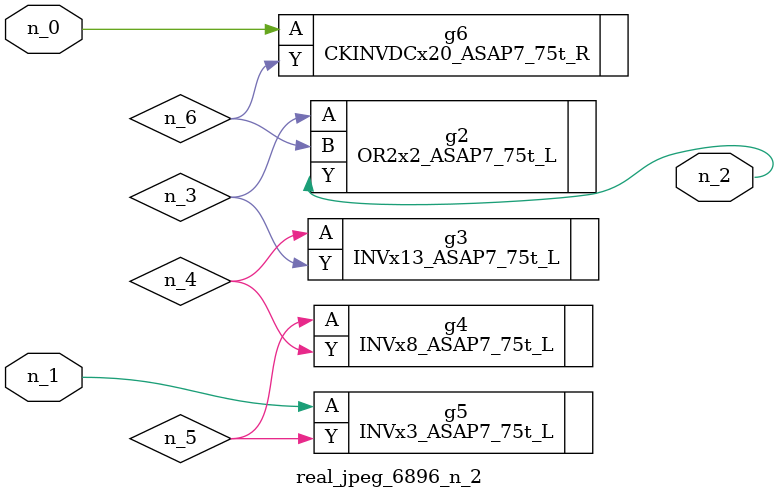
<source format=v>
module real_jpeg_6896_n_2 (n_1, n_0, n_2);

input n_1;
input n_0;

output n_2;

wire n_5;
wire n_4;
wire n_6;
wire n_3;

CKINVDCx20_ASAP7_75t_R g6 ( 
.A(n_0),
.Y(n_6)
);

INVx3_ASAP7_75t_L g5 ( 
.A(n_1),
.Y(n_5)
);

OR2x2_ASAP7_75t_L g2 ( 
.A(n_3),
.B(n_6),
.Y(n_2)
);

INVx13_ASAP7_75t_L g3 ( 
.A(n_4),
.Y(n_3)
);

INVx8_ASAP7_75t_L g4 ( 
.A(n_5),
.Y(n_4)
);


endmodule
</source>
